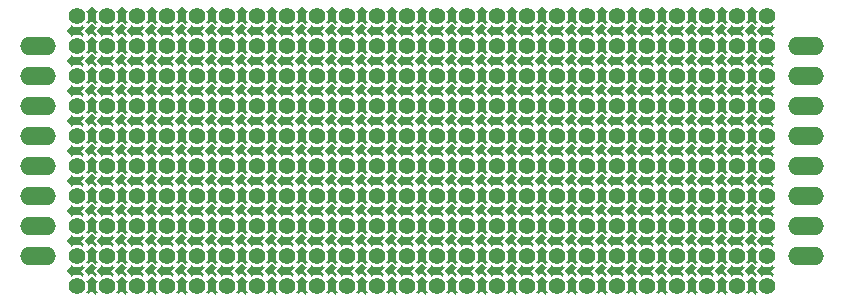
<source format=gbr>
G04 #@! TF.GenerationSoftware,KiCad,Pcbnew,9.0.1*
G04 #@! TF.CreationDate,2025-05-07T00:03:46-04:00*
G04 #@! TF.ProjectId,matrix-protoboard_10x24,6d617472-6978-42d7-9072-6f746f626f61,rev?*
G04 #@! TF.SameCoordinates,Original*
G04 #@! TF.FileFunction,Copper,L1,Top*
G04 #@! TF.FilePolarity,Positive*
%FSLAX46Y46*%
G04 Gerber Fmt 4.6, Leading zero omitted, Abs format (unit mm)*
G04 Created by KiCad (PCBNEW 9.0.1) date 2025-05-07 00:03:46*
%MOMM*%
%LPD*%
G01*
G04 APERTURE LIST*
G04 Aperture macros list*
%AMFreePoly0*
4,1,38,0.000354,0.765354,0.325208,0.440500,0.550000,0.440500,0.550354,0.440354,0.550500,0.440000,0.550354,0.439646,0.350500,0.239792,0.350500,-0.359792,0.550354,-0.559646,0.550500,-0.560000,0.550354,-0.560354,0.550000,-0.560500,0.338500,-0.560500,0.338500,-0.763000,0.338354,-0.763354,0.338000,-0.763500,0.337646,-0.763354,-0.000208,-0.425500,-0.009792,-0.425500,-0.347646,-0.763354,
-0.348000,-0.763500,-0.348354,-0.763354,-0.348500,-0.763000,-0.348500,-0.560500,-0.550000,-0.560500,-0.550354,-0.560354,-0.550500,-0.560000,-0.550354,-0.559646,-0.350500,-0.359792,-0.350500,0.239792,-0.550354,0.439646,-0.550500,0.440000,-0.550354,0.440354,-0.550000,0.440500,-0.325208,0.440500,-0.000354,0.765354,0.000000,0.765500,0.000354,0.765354,0.000354,0.765354,$1*%
%AMFreePoly1*
4,1,28,0.060354,0.560354,0.357208,0.263500,0.583000,0.263500,0.583354,0.263354,0.583500,0.263000,0.583354,0.262646,0.235708,-0.085000,0.582354,-0.431646,0.582500,-0.432000,0.582354,-0.432354,0.582000,-0.432500,0.407500,-0.432500,0.407500,-0.607000,0.407354,-0.607354,0.407000,-0.607500,0.406646,-0.607354,0.060000,-0.260708,-0.287646,-0.608354,-0.288000,-0.608500,-0.288354,-0.608354,
-0.288500,-0.608000,-0.288500,-0.382208,-0.585354,-0.085354,-0.585500,-0.085000,-0.585354,-0.084646,0.059646,0.560354,0.060000,0.560500,0.060354,0.560354,0.060354,0.560354,$1*%
G04 Aperture macros list end*
G04 #@! TA.AperFunction,SMDPad,CuDef*
%ADD10FreePoly0,90.000000*%
G04 #@! TD*
G04 #@! TA.AperFunction,ComponentPad*
%ADD11C,1.400000*%
G04 #@! TD*
G04 #@! TA.AperFunction,SMDPad,CuDef*
%ADD12FreePoly0,0.000000*%
G04 #@! TD*
G04 #@! TA.AperFunction,SMDPad,CuDef*
%ADD13FreePoly1,0.000000*%
G04 #@! TD*
G04 #@! TA.AperFunction,SMDPad,CuDef*
%ADD14O,3.048000X1.524000*%
G04 #@! TD*
G04 APERTURE END LIST*
D10*
X133540000Y-83870000D03*
D11*
X156460000Y-80060000D03*
X143760000Y-74980000D03*
D12*
X119630000Y-82540000D03*
D11*
X146300000Y-72440000D03*
D12*
X112010000Y-85080000D03*
D13*
X162750000Y-66005000D03*
D12*
X124710000Y-74920000D03*
D11*
X159000000Y-77520000D03*
D12*
X142490000Y-64760000D03*
D11*
X115820000Y-64820000D03*
D13*
X167830000Y-73625000D03*
D14*
X107440000Y-80060000D03*
D12*
X137410000Y-64760000D03*
D11*
X118360000Y-67360000D03*
D10*
X138620000Y-66090000D03*
X125920000Y-71170000D03*
D12*
X127250000Y-64760000D03*
D10*
X110680000Y-68630000D03*
D12*
X150110000Y-85080000D03*
D10*
X133540000Y-71170000D03*
X164020000Y-78790000D03*
D13*
X134810000Y-81245000D03*
X114490000Y-86325000D03*
D11*
X138680000Y-80060000D03*
D10*
X158940000Y-86410000D03*
D12*
X160270000Y-77460000D03*
D13*
X155130000Y-73625000D03*
D11*
X138680000Y-69900000D03*
D13*
X122110000Y-83785000D03*
D11*
X166620000Y-64820000D03*
X133600000Y-74980000D03*
X118360000Y-77520000D03*
D12*
X155190000Y-82540000D03*
D13*
X122110000Y-66005000D03*
D10*
X166560000Y-81330000D03*
D12*
X162810000Y-80000000D03*
D11*
X148840000Y-77520000D03*
D13*
X142430000Y-81245000D03*
X114490000Y-81245000D03*
D12*
X117090000Y-74920000D03*
D11*
X133600000Y-72440000D03*
D12*
X160270000Y-69840000D03*
D13*
X132270000Y-86325000D03*
X114490000Y-73625000D03*
D11*
X148840000Y-67360000D03*
D13*
X129730000Y-73625000D03*
D10*
X153860000Y-71170000D03*
D11*
X110740000Y-87680000D03*
X141220000Y-85140000D03*
X123440000Y-80060000D03*
D13*
X124650000Y-66005000D03*
X124650000Y-83785000D03*
D11*
X136140000Y-64820000D03*
X131060000Y-82600000D03*
X128520000Y-85140000D03*
X169160000Y-74980000D03*
D13*
X144970000Y-78705000D03*
D10*
X148780000Y-66090000D03*
X120840000Y-78790000D03*
X136080000Y-73710000D03*
D13*
X147510000Y-73625000D03*
D12*
X114550000Y-85080000D03*
D11*
X153920000Y-77520000D03*
D13*
X142430000Y-71085000D03*
D12*
X165350000Y-69840000D03*
D10*
X153860000Y-73710000D03*
X141160000Y-71170000D03*
X125920000Y-78790000D03*
D12*
X137410000Y-80000000D03*
D14*
X172462000Y-69900000D03*
D10*
X158940000Y-78790000D03*
D11*
X156460000Y-64820000D03*
D13*
X147510000Y-68545000D03*
D11*
X164080000Y-72440000D03*
D12*
X112010000Y-67300000D03*
D11*
X161540000Y-85140000D03*
D13*
X162750000Y-71085000D03*
D10*
X141160000Y-66090000D03*
D12*
X122170000Y-64760000D03*
D13*
X134810000Y-83785000D03*
D10*
X125920000Y-81330000D03*
D12*
X152650000Y-80000000D03*
X134870000Y-69840000D03*
D11*
X151380000Y-72440000D03*
D10*
X118300000Y-71170000D03*
D12*
X150110000Y-72380000D03*
D13*
X129730000Y-76165000D03*
D12*
X150110000Y-74920000D03*
D13*
X124650000Y-73625000D03*
D11*
X138680000Y-64820000D03*
D10*
X146240000Y-83870000D03*
D11*
X169160000Y-80060000D03*
D12*
X165350000Y-77460000D03*
X165350000Y-85080000D03*
D10*
X131000000Y-71170000D03*
D13*
X147510000Y-78705000D03*
X142430000Y-78705000D03*
D10*
X143700000Y-71170000D03*
X128460000Y-86410000D03*
X169100000Y-81330000D03*
X128460000Y-81330000D03*
D12*
X145030000Y-69840000D03*
D11*
X159000000Y-67360000D03*
X161540000Y-80060000D03*
D12*
X162810000Y-82540000D03*
X124710000Y-69840000D03*
D10*
X123380000Y-66090000D03*
D13*
X129730000Y-86325000D03*
D10*
X123380000Y-71170000D03*
D12*
X139950000Y-74920000D03*
D13*
X144970000Y-71085000D03*
D11*
X123440000Y-72440000D03*
X146300000Y-77520000D03*
D10*
X148780000Y-71170000D03*
D11*
X110740000Y-67360000D03*
X131060000Y-85140000D03*
D10*
X166560000Y-86410000D03*
D11*
X128520000Y-74980000D03*
D10*
X133540000Y-86410000D03*
D11*
X131060000Y-87680000D03*
D13*
X117030000Y-76165000D03*
D10*
X164020000Y-76250000D03*
X164020000Y-73710000D03*
D11*
X115820000Y-72440000D03*
D10*
X138620000Y-73710000D03*
D13*
X122110000Y-73625000D03*
D12*
X119630000Y-80000000D03*
D10*
X156400000Y-78790000D03*
D12*
X137410000Y-72380000D03*
D13*
X155130000Y-68545000D03*
D10*
X131000000Y-76250000D03*
X158940000Y-81330000D03*
D12*
X150110000Y-69840000D03*
D13*
X117030000Y-73625000D03*
D11*
X159000000Y-74980000D03*
D12*
X124710000Y-72380000D03*
D11*
X161540000Y-77520000D03*
D12*
X132330000Y-67300000D03*
D11*
X141220000Y-69900000D03*
X125980000Y-80060000D03*
X120900000Y-80060000D03*
X166620000Y-72440000D03*
D13*
X165290000Y-71085000D03*
D10*
X118300000Y-68630000D03*
D12*
X124710000Y-82540000D03*
D10*
X161480000Y-73710000D03*
D11*
X151380000Y-74980000D03*
D13*
X142430000Y-86325000D03*
D12*
X134870000Y-74920000D03*
D13*
X162750000Y-86325000D03*
D11*
X143760000Y-77520000D03*
D12*
X114550000Y-87620000D03*
D10*
X131000000Y-73710000D03*
D13*
X157670000Y-73625000D03*
D11*
X123440000Y-69900000D03*
D13*
X111950000Y-86325000D03*
D12*
X165350000Y-82540000D03*
D10*
X166560000Y-68630000D03*
X143700000Y-66090000D03*
X156400000Y-66090000D03*
D13*
X111950000Y-73625000D03*
D11*
X166620000Y-69900000D03*
D12*
X152650000Y-72380000D03*
D13*
X119570000Y-66005000D03*
D11*
X133600000Y-64820000D03*
D13*
X167830000Y-66005000D03*
X111950000Y-71085000D03*
D11*
X120900000Y-67360000D03*
D10*
X169100000Y-86410000D03*
D11*
X113280000Y-82600000D03*
D13*
X132270000Y-81245000D03*
D10*
X143700000Y-86410000D03*
D13*
X150050000Y-83785000D03*
X165290000Y-73625000D03*
X127190000Y-81245000D03*
D12*
X137410000Y-85080000D03*
D11*
X169160000Y-82600000D03*
D10*
X120840000Y-81330000D03*
D12*
X142490000Y-69840000D03*
D13*
X167830000Y-81245000D03*
D12*
X137410000Y-74920000D03*
D11*
X125980000Y-85140000D03*
D12*
X162810000Y-74920000D03*
D11*
X161540000Y-74980000D03*
X131060000Y-74980000D03*
D10*
X113220000Y-68630000D03*
D11*
X153920000Y-69900000D03*
X146300000Y-64820000D03*
D10*
X143700000Y-73710000D03*
X120840000Y-66090000D03*
D11*
X143760000Y-80060000D03*
X136140000Y-72440000D03*
D10*
X153860000Y-86410000D03*
X161480000Y-78790000D03*
D12*
X155190000Y-85080000D03*
X160270000Y-85080000D03*
X114550000Y-74920000D03*
X124710000Y-64760000D03*
X142490000Y-85080000D03*
D10*
X125920000Y-86410000D03*
D12*
X150110000Y-87620000D03*
D11*
X133600000Y-82600000D03*
X156460000Y-74980000D03*
D10*
X141160000Y-68630000D03*
D11*
X110740000Y-85140000D03*
D10*
X166560000Y-83870000D03*
D11*
X166620000Y-82600000D03*
D13*
X150050000Y-73625000D03*
D12*
X132330000Y-64760000D03*
X129790000Y-74920000D03*
D13*
X127190000Y-86325000D03*
D11*
X131060000Y-77520000D03*
D12*
X145030000Y-85080000D03*
D14*
X107440000Y-85140000D03*
D12*
X147570000Y-77460000D03*
D10*
X123380000Y-86410000D03*
D13*
X134810000Y-73625000D03*
X127190000Y-73625000D03*
D12*
X117090000Y-87620000D03*
D11*
X143760000Y-72440000D03*
D10*
X151320000Y-66090000D03*
D13*
X152590000Y-66005000D03*
X152590000Y-68545000D03*
X155130000Y-86325000D03*
D11*
X151380000Y-87680000D03*
X118360000Y-64820000D03*
D12*
X155190000Y-69840000D03*
D11*
X156460000Y-67360000D03*
X153920000Y-82600000D03*
D10*
X123380000Y-68630000D03*
D13*
X129730000Y-71085000D03*
D11*
X148840000Y-69900000D03*
D13*
X134810000Y-68545000D03*
X139890000Y-71085000D03*
X165290000Y-86325000D03*
D12*
X152650000Y-82540000D03*
D10*
X158940000Y-68630000D03*
D11*
X146300000Y-69900000D03*
D13*
X157670000Y-66005000D03*
D12*
X147570000Y-87620000D03*
D13*
X139890000Y-66005000D03*
X124650000Y-76165000D03*
X155130000Y-78705000D03*
D10*
X143700000Y-76250000D03*
D12*
X145030000Y-87620000D03*
X127250000Y-82540000D03*
D11*
X138680000Y-82600000D03*
X128520000Y-72440000D03*
D13*
X142430000Y-73625000D03*
D10*
X158940000Y-71170000D03*
X113220000Y-83870000D03*
X166560000Y-76250000D03*
D11*
X125980000Y-69900000D03*
D10*
X120840000Y-68630000D03*
X115760000Y-81330000D03*
D13*
X124650000Y-81245000D03*
D11*
X123440000Y-77520000D03*
D10*
X136080000Y-68630000D03*
X131000000Y-83870000D03*
D11*
X141220000Y-74980000D03*
D10*
X166560000Y-66090000D03*
X148780000Y-68630000D03*
D11*
X161540000Y-69900000D03*
X156460000Y-72440000D03*
D13*
X127190000Y-71085000D03*
D12*
X162810000Y-72380000D03*
X127250000Y-77460000D03*
D13*
X119570000Y-86325000D03*
D10*
X141160000Y-86410000D03*
D11*
X151380000Y-77520000D03*
D10*
X151320000Y-81330000D03*
D13*
X160210000Y-76165000D03*
D10*
X166560000Y-73710000D03*
X128460000Y-71170000D03*
D11*
X136140000Y-82600000D03*
D12*
X129790000Y-67300000D03*
X134870000Y-85080000D03*
D13*
X160210000Y-83785000D03*
X139890000Y-68545000D03*
D11*
X125980000Y-77520000D03*
D12*
X157730000Y-72380000D03*
D11*
X164080000Y-77520000D03*
X141220000Y-82600000D03*
D13*
X162750000Y-68545000D03*
D11*
X164080000Y-82600000D03*
D12*
X165350000Y-87620000D03*
D13*
X114490000Y-66005000D03*
D10*
X153860000Y-83870000D03*
X169100000Y-78790000D03*
X138620000Y-71170000D03*
D11*
X120900000Y-72440000D03*
D13*
X117030000Y-83785000D03*
D11*
X156460000Y-69900000D03*
X110740000Y-74980000D03*
X110740000Y-64820000D03*
D12*
X145030000Y-77460000D03*
D10*
X110680000Y-81330000D03*
X120840000Y-83870000D03*
X136080000Y-81330000D03*
X110680000Y-86410000D03*
D11*
X128520000Y-69900000D03*
D13*
X144970000Y-86325000D03*
D12*
X139950000Y-85080000D03*
D11*
X164080000Y-74980000D03*
D10*
X113220000Y-66090000D03*
D13*
X111950000Y-68545000D03*
D12*
X139950000Y-82540000D03*
D11*
X161540000Y-67360000D03*
X169160000Y-77520000D03*
X113280000Y-72440000D03*
D13*
X129730000Y-81245000D03*
D10*
X151320000Y-76250000D03*
D12*
X147570000Y-64760000D03*
D10*
X128460000Y-73710000D03*
D13*
X111950000Y-81245000D03*
D14*
X107440000Y-82600000D03*
D12*
X112010000Y-69840000D03*
X134870000Y-67300000D03*
D11*
X133600000Y-69900000D03*
X120900000Y-77520000D03*
D13*
X167830000Y-86325000D03*
D11*
X146300000Y-82600000D03*
D12*
X160270000Y-67300000D03*
X155190000Y-80000000D03*
X155190000Y-87620000D03*
X119630000Y-74920000D03*
D10*
X115760000Y-76250000D03*
D13*
X134810000Y-76165000D03*
D11*
X115820000Y-85140000D03*
D10*
X153860000Y-66090000D03*
X138620000Y-86410000D03*
D12*
X129790000Y-85080000D03*
D10*
X118300000Y-83870000D03*
X125920000Y-68630000D03*
X166560000Y-78790000D03*
X115760000Y-71170000D03*
X120840000Y-73710000D03*
D11*
X113280000Y-67360000D03*
X136140000Y-87680000D03*
X123440000Y-85140000D03*
D10*
X136080000Y-83870000D03*
D13*
X132270000Y-66005000D03*
X137350000Y-73625000D03*
D12*
X160270000Y-87620000D03*
D10*
X128460000Y-76250000D03*
D12*
X157730000Y-77460000D03*
X167890000Y-82540000D03*
X119630000Y-85080000D03*
D13*
X111950000Y-78705000D03*
D11*
X113280000Y-85140000D03*
D14*
X107440000Y-77520000D03*
D12*
X119630000Y-67300000D03*
X167890000Y-72380000D03*
D13*
X132270000Y-71085000D03*
X150050000Y-86325000D03*
D10*
X113220000Y-81330000D03*
D12*
X114550000Y-80000000D03*
D13*
X150050000Y-66005000D03*
D10*
X120840000Y-86410000D03*
D13*
X137350000Y-66005000D03*
D11*
X164080000Y-80060000D03*
X148840000Y-85140000D03*
D12*
X129790000Y-87620000D03*
D10*
X138620000Y-83870000D03*
D11*
X120900000Y-82600000D03*
D10*
X133540000Y-73710000D03*
X151320000Y-86410000D03*
X138620000Y-68630000D03*
D13*
X137350000Y-68545000D03*
X152590000Y-86325000D03*
D10*
X169100000Y-83870000D03*
D13*
X111950000Y-76165000D03*
X144970000Y-81245000D03*
D10*
X164020000Y-83870000D03*
D12*
X142490000Y-82540000D03*
D10*
X110680000Y-83870000D03*
D12*
X114550000Y-64760000D03*
D10*
X141160000Y-81330000D03*
X110680000Y-73710000D03*
D13*
X167830000Y-76165000D03*
D12*
X114550000Y-72380000D03*
D13*
X167830000Y-83785000D03*
D10*
X125920000Y-66090000D03*
X128460000Y-78790000D03*
D12*
X145030000Y-67300000D03*
X124710000Y-85080000D03*
D11*
X113280000Y-74980000D03*
D13*
X134810000Y-78705000D03*
D12*
X127250000Y-80000000D03*
D11*
X136140000Y-80060000D03*
D13*
X167830000Y-71085000D03*
D11*
X120900000Y-74980000D03*
D12*
X139950000Y-69840000D03*
X117090000Y-64760000D03*
D13*
X147510000Y-81245000D03*
D11*
X166620000Y-67360000D03*
D13*
X134810000Y-71085000D03*
X155130000Y-66005000D03*
X144970000Y-73625000D03*
X137350000Y-71085000D03*
D14*
X107440000Y-72440000D03*
D11*
X169160000Y-72440000D03*
X133600000Y-80060000D03*
D13*
X160210000Y-73625000D03*
D14*
X172462000Y-77520000D03*
D13*
X152590000Y-78705000D03*
D11*
X128520000Y-67360000D03*
D13*
X129730000Y-68545000D03*
D12*
X162810000Y-85080000D03*
D13*
X152590000Y-76165000D03*
D11*
X125980000Y-74980000D03*
D13*
X157670000Y-86325000D03*
D12*
X132330000Y-72380000D03*
D13*
X139890000Y-73625000D03*
D10*
X125920000Y-76250000D03*
X148780000Y-86410000D03*
D11*
X166620000Y-87680000D03*
D13*
X165290000Y-66005000D03*
D11*
X143760000Y-85140000D03*
D10*
X156400000Y-68630000D03*
D13*
X139890000Y-76165000D03*
D12*
X114550000Y-67300000D03*
D11*
X125980000Y-87680000D03*
D12*
X134870000Y-82540000D03*
D13*
X134810000Y-86325000D03*
D11*
X153920000Y-67360000D03*
D10*
X136080000Y-78790000D03*
D12*
X119630000Y-69840000D03*
D10*
X146240000Y-81330000D03*
D12*
X167890000Y-77460000D03*
X124710000Y-67300000D03*
X167890000Y-85080000D03*
D10*
X133540000Y-68630000D03*
X164020000Y-68630000D03*
D11*
X115820000Y-80060000D03*
D13*
X114490000Y-71085000D03*
D11*
X141220000Y-67360000D03*
D12*
X167890000Y-64760000D03*
X117090000Y-82540000D03*
D10*
X151320000Y-73710000D03*
X166560000Y-71170000D03*
D13*
X160210000Y-78705000D03*
D14*
X172462000Y-74980000D03*
D11*
X110740000Y-69900000D03*
X120900000Y-69900000D03*
D12*
X145030000Y-74920000D03*
D13*
X132270000Y-73625000D03*
D11*
X169160000Y-69900000D03*
D10*
X136080000Y-66090000D03*
D12*
X157730000Y-74920000D03*
D11*
X148840000Y-87680000D03*
D10*
X151320000Y-83870000D03*
D11*
X138680000Y-85140000D03*
D13*
X150050000Y-81245000D03*
D12*
X122170000Y-82540000D03*
X124710000Y-80000000D03*
D10*
X169100000Y-66090000D03*
D12*
X157730000Y-67300000D03*
X114550000Y-69840000D03*
D11*
X120900000Y-64820000D03*
D12*
X127250000Y-87620000D03*
D10*
X158940000Y-76250000D03*
D13*
X127190000Y-76165000D03*
D11*
X146300000Y-85140000D03*
D13*
X142430000Y-83785000D03*
X142430000Y-76165000D03*
D11*
X120900000Y-85140000D03*
D12*
X117090000Y-80000000D03*
D11*
X125980000Y-82600000D03*
D10*
X120840000Y-76250000D03*
D12*
X122170000Y-80000000D03*
D11*
X161540000Y-87680000D03*
D10*
X146240000Y-68630000D03*
D12*
X137410000Y-82540000D03*
D10*
X148780000Y-76250000D03*
D13*
X124650000Y-78705000D03*
X144970000Y-76165000D03*
D11*
X164080000Y-85140000D03*
D10*
X161480000Y-76250000D03*
D14*
X172462000Y-80060000D03*
D13*
X150050000Y-78705000D03*
X122110000Y-71085000D03*
D12*
X145030000Y-82540000D03*
D10*
X143700000Y-78790000D03*
D13*
X124650000Y-68545000D03*
D11*
X115820000Y-82600000D03*
D13*
X155130000Y-83785000D03*
D12*
X124710000Y-77460000D03*
X162810000Y-67300000D03*
D13*
X114490000Y-83785000D03*
D10*
X113220000Y-73710000D03*
D11*
X136140000Y-67360000D03*
D13*
X160210000Y-68545000D03*
D10*
X131000000Y-86410000D03*
D13*
X122110000Y-81245000D03*
D12*
X129790000Y-72380000D03*
D10*
X156400000Y-83870000D03*
D12*
X132330000Y-80000000D03*
X119630000Y-64760000D03*
D11*
X151380000Y-64820000D03*
D10*
X133540000Y-66090000D03*
D12*
X147570000Y-80000000D03*
D11*
X133600000Y-67360000D03*
D13*
X119570000Y-68545000D03*
D11*
X143760000Y-87680000D03*
D12*
X119630000Y-77460000D03*
D11*
X156460000Y-77520000D03*
X125980000Y-64820000D03*
D12*
X165350000Y-72380000D03*
D10*
X153860000Y-68630000D03*
D11*
X113280000Y-77520000D03*
D13*
X122110000Y-86325000D03*
D11*
X148840000Y-64820000D03*
D10*
X156400000Y-86410000D03*
D13*
X155130000Y-76165000D03*
D12*
X157730000Y-82540000D03*
X145030000Y-72380000D03*
D11*
X113280000Y-87680000D03*
D13*
X117030000Y-66005000D03*
X132270000Y-83785000D03*
D11*
X148840000Y-72440000D03*
X159000000Y-80060000D03*
D13*
X111950000Y-83785000D03*
D12*
X139950000Y-64760000D03*
D11*
X136140000Y-74980000D03*
D12*
X160270000Y-72380000D03*
D10*
X141160000Y-78790000D03*
D12*
X142490000Y-74920000D03*
D10*
X115760000Y-83870000D03*
D11*
X123440000Y-87680000D03*
X166620000Y-77520000D03*
D12*
X112010000Y-72380000D03*
X145030000Y-64760000D03*
X160270000Y-80000000D03*
D13*
X147510000Y-71085000D03*
D12*
X119630000Y-72380000D03*
D13*
X150050000Y-71085000D03*
D11*
X115820000Y-87680000D03*
D12*
X155190000Y-64760000D03*
D13*
X114490000Y-68545000D03*
D12*
X132330000Y-77460000D03*
D10*
X123380000Y-73710000D03*
D12*
X165350000Y-80000000D03*
D13*
X139890000Y-86325000D03*
D10*
X113220000Y-76250000D03*
X146240000Y-73710000D03*
D13*
X137350000Y-83785000D03*
X147510000Y-86325000D03*
D10*
X161480000Y-86410000D03*
D13*
X167830000Y-68545000D03*
D11*
X169160000Y-85140000D03*
D12*
X147570000Y-82540000D03*
D11*
X148840000Y-80060000D03*
X141220000Y-72440000D03*
X141220000Y-64820000D03*
X131060000Y-80060000D03*
D12*
X162810000Y-77460000D03*
X150110000Y-82540000D03*
X112010000Y-74920000D03*
D10*
X164020000Y-66090000D03*
D12*
X145030000Y-80000000D03*
D10*
X156400000Y-73710000D03*
X148780000Y-81330000D03*
D12*
X127250000Y-69840000D03*
D11*
X164080000Y-67360000D03*
D13*
X152590000Y-71085000D03*
X119570000Y-76165000D03*
X139890000Y-81245000D03*
D12*
X132330000Y-74920000D03*
D13*
X119570000Y-83785000D03*
D12*
X142490000Y-87620000D03*
D11*
X141220000Y-77520000D03*
X110740000Y-82600000D03*
X153920000Y-87680000D03*
D10*
X128460000Y-66090000D03*
D11*
X110740000Y-72440000D03*
D13*
X167830000Y-78705000D03*
D12*
X134870000Y-80000000D03*
X147570000Y-69840000D03*
X117090000Y-85080000D03*
D13*
X162750000Y-78705000D03*
D11*
X164080000Y-64820000D03*
X166620000Y-80060000D03*
D10*
X136080000Y-71170000D03*
X143700000Y-83870000D03*
D11*
X151380000Y-67360000D03*
D10*
X115760000Y-86410000D03*
D11*
X115820000Y-74980000D03*
X138680000Y-72440000D03*
D13*
X152590000Y-81245000D03*
D10*
X136080000Y-76250000D03*
D12*
X147570000Y-67300000D03*
X129790000Y-69840000D03*
X150110000Y-64760000D03*
D13*
X129730000Y-83785000D03*
D14*
X172462000Y-72440000D03*
D12*
X117090000Y-77460000D03*
D10*
X113220000Y-78790000D03*
D11*
X118360000Y-87680000D03*
D13*
X157670000Y-78705000D03*
D14*
X172462000Y-82600000D03*
D12*
X152650000Y-85080000D03*
D13*
X157670000Y-81245000D03*
D12*
X124710000Y-87620000D03*
D11*
X169160000Y-87680000D03*
D13*
X137350000Y-76165000D03*
D12*
X167890000Y-87620000D03*
D10*
X123380000Y-76250000D03*
X156400000Y-81330000D03*
D11*
X151380000Y-80060000D03*
D10*
X115760000Y-78790000D03*
D13*
X137350000Y-78705000D03*
D11*
X146300000Y-87680000D03*
D10*
X151320000Y-68630000D03*
D12*
X165350000Y-74920000D03*
D10*
X148780000Y-83870000D03*
D12*
X147570000Y-85080000D03*
D13*
X122110000Y-78705000D03*
D12*
X117090000Y-69840000D03*
D11*
X161540000Y-72440000D03*
D12*
X137410000Y-87620000D03*
D10*
X118300000Y-78790000D03*
D11*
X115820000Y-69900000D03*
D10*
X164020000Y-71170000D03*
X146240000Y-86410000D03*
D11*
X128520000Y-64820000D03*
X118360000Y-72440000D03*
D10*
X133540000Y-81330000D03*
D11*
X143760000Y-82600000D03*
D13*
X139890000Y-83785000D03*
X157670000Y-71085000D03*
D12*
X152650000Y-74920000D03*
X122170000Y-72380000D03*
D10*
X151320000Y-71170000D03*
D12*
X112010000Y-64760000D03*
D11*
X118360000Y-85140000D03*
D10*
X131000000Y-81330000D03*
D12*
X162810000Y-69840000D03*
X139950000Y-87620000D03*
D11*
X123440000Y-64820000D03*
D13*
X157670000Y-83785000D03*
X134810000Y-66005000D03*
D11*
X118360000Y-80060000D03*
D12*
X139950000Y-72380000D03*
D13*
X152590000Y-83785000D03*
D12*
X165350000Y-64760000D03*
X117090000Y-72380000D03*
D10*
X136080000Y-86410000D03*
X131000000Y-68630000D03*
X118300000Y-66090000D03*
D12*
X147570000Y-74920000D03*
D10*
X115760000Y-73710000D03*
D13*
X127190000Y-66005000D03*
D10*
X131000000Y-66090000D03*
D12*
X137410000Y-67300000D03*
D13*
X117030000Y-68545000D03*
D10*
X115760000Y-68630000D03*
D13*
X165290000Y-81245000D03*
D12*
X157730000Y-87620000D03*
X152650000Y-69840000D03*
X142490000Y-72380000D03*
D13*
X160210000Y-86325000D03*
D11*
X153920000Y-72440000D03*
D14*
X172462000Y-85140000D03*
D10*
X123380000Y-78790000D03*
D13*
X165290000Y-68545000D03*
D12*
X134870000Y-64760000D03*
D11*
X153920000Y-64820000D03*
D12*
X152650000Y-77460000D03*
X129790000Y-82540000D03*
X132330000Y-87620000D03*
X139950000Y-80000000D03*
D11*
X143760000Y-69900000D03*
X113280000Y-69900000D03*
X138680000Y-74980000D03*
X113280000Y-80060000D03*
D10*
X158940000Y-73710000D03*
D12*
X127250000Y-74920000D03*
D11*
X128520000Y-80060000D03*
X161540000Y-82600000D03*
D12*
X114550000Y-82540000D03*
D13*
X162750000Y-76165000D03*
D11*
X151380000Y-82600000D03*
D10*
X153860000Y-81330000D03*
D13*
X119570000Y-73625000D03*
D12*
X129790000Y-77460000D03*
D11*
X141220000Y-80060000D03*
D12*
X165350000Y-67300000D03*
D11*
X118360000Y-74980000D03*
D10*
X161480000Y-71170000D03*
D11*
X151380000Y-69900000D03*
D13*
X155130000Y-71085000D03*
D10*
X115760000Y-66090000D03*
D11*
X128520000Y-87680000D03*
D10*
X151320000Y-78790000D03*
D11*
X169160000Y-64820000D03*
D13*
X155130000Y-81245000D03*
X162750000Y-81245000D03*
D11*
X128520000Y-82600000D03*
D13*
X144970000Y-68545000D03*
D10*
X148780000Y-73710000D03*
D13*
X114490000Y-78705000D03*
D11*
X141220000Y-87680000D03*
D12*
X157730000Y-64760000D03*
D13*
X117030000Y-86325000D03*
X137350000Y-81245000D03*
D12*
X142490000Y-80000000D03*
X157730000Y-69840000D03*
D11*
X131060000Y-64820000D03*
D13*
X127190000Y-68545000D03*
X117030000Y-78705000D03*
D11*
X146300000Y-74980000D03*
D10*
X131000000Y-78790000D03*
D11*
X128520000Y-77520000D03*
D10*
X138620000Y-76250000D03*
D12*
X155190000Y-67300000D03*
D11*
X138680000Y-87680000D03*
D10*
X125920000Y-73710000D03*
D14*
X107440000Y-69900000D03*
D13*
X147510000Y-76165000D03*
D10*
X138620000Y-78790000D03*
D14*
X107440000Y-67360000D03*
D10*
X128460000Y-83870000D03*
X158940000Y-83870000D03*
D11*
X159000000Y-72440000D03*
X131060000Y-69900000D03*
D10*
X118300000Y-86410000D03*
X120840000Y-71170000D03*
D13*
X124650000Y-71085000D03*
D11*
X136140000Y-77520000D03*
X153920000Y-74980000D03*
D12*
X160270000Y-82540000D03*
D11*
X156460000Y-87680000D03*
X115820000Y-67360000D03*
D12*
X122170000Y-69840000D03*
X112010000Y-77460000D03*
D10*
X146240000Y-76250000D03*
D12*
X157730000Y-80000000D03*
D13*
X160210000Y-81245000D03*
D12*
X129790000Y-80000000D03*
D10*
X118300000Y-76250000D03*
D13*
X142430000Y-66005000D03*
D12*
X112010000Y-82540000D03*
X150110000Y-80000000D03*
D11*
X123440000Y-67360000D03*
D12*
X150110000Y-67300000D03*
D11*
X125980000Y-67360000D03*
D13*
X162750000Y-83785000D03*
D10*
X110680000Y-76250000D03*
X169100000Y-76250000D03*
D13*
X165290000Y-78705000D03*
X122110000Y-76165000D03*
D11*
X136140000Y-69900000D03*
D10*
X113220000Y-71170000D03*
D12*
X114550000Y-77460000D03*
X167890000Y-74920000D03*
D13*
X144970000Y-66005000D03*
D10*
X123380000Y-81330000D03*
D11*
X146300000Y-67360000D03*
D10*
X164020000Y-81330000D03*
D11*
X164080000Y-69900000D03*
D12*
X142490000Y-67300000D03*
D10*
X143700000Y-68630000D03*
D13*
X127190000Y-83785000D03*
X137350000Y-86325000D03*
D12*
X127250000Y-72380000D03*
D10*
X169100000Y-71170000D03*
D12*
X112010000Y-80000000D03*
D11*
X148840000Y-74980000D03*
D13*
X129730000Y-78705000D03*
X157670000Y-76165000D03*
X165290000Y-76165000D03*
D10*
X141160000Y-73710000D03*
X118300000Y-73710000D03*
D14*
X107440000Y-74980000D03*
D12*
X132330000Y-69840000D03*
X134870000Y-72380000D03*
D10*
X110680000Y-78790000D03*
D13*
X119570000Y-71085000D03*
X147510000Y-83785000D03*
D11*
X159000000Y-82600000D03*
D12*
X167890000Y-69840000D03*
D10*
X146240000Y-71170000D03*
D11*
X118360000Y-82600000D03*
D10*
X138620000Y-81330000D03*
D12*
X122170000Y-67300000D03*
D13*
X129730000Y-66005000D03*
D11*
X138680000Y-77520000D03*
X110740000Y-80060000D03*
D10*
X169100000Y-73710000D03*
D12*
X142490000Y-77460000D03*
D11*
X164080000Y-87680000D03*
X118360000Y-69900000D03*
D13*
X150050000Y-76165000D03*
X150050000Y-68545000D03*
D11*
X131060000Y-67360000D03*
X133600000Y-77520000D03*
D12*
X152650000Y-87620000D03*
D10*
X125920000Y-83870000D03*
D11*
X148840000Y-82600000D03*
D12*
X132330000Y-82540000D03*
D13*
X117030000Y-81245000D03*
D12*
X129790000Y-64760000D03*
D11*
X146300000Y-80060000D03*
D12*
X162810000Y-87620000D03*
D11*
X159000000Y-85140000D03*
X138680000Y-67360000D03*
D12*
X155190000Y-74920000D03*
X134870000Y-87620000D03*
D11*
X169160000Y-67360000D03*
D13*
X139890000Y-78705000D03*
D11*
X143760000Y-64820000D03*
D13*
X127190000Y-78705000D03*
D11*
X136140000Y-85140000D03*
X156460000Y-85140000D03*
D10*
X158940000Y-66090000D03*
X146240000Y-66090000D03*
D13*
X119570000Y-81245000D03*
D12*
X127250000Y-85080000D03*
X167890000Y-80000000D03*
D13*
X132270000Y-76165000D03*
D12*
X152650000Y-64760000D03*
D11*
X153920000Y-80060000D03*
D12*
X132330000Y-85080000D03*
D13*
X157670000Y-68545000D03*
D10*
X123380000Y-83870000D03*
D11*
X153920000Y-85140000D03*
X131060000Y-72440000D03*
D10*
X133540000Y-78790000D03*
D11*
X166620000Y-74980000D03*
X133600000Y-85140000D03*
D10*
X161480000Y-81330000D03*
D11*
X151380000Y-85140000D03*
D14*
X172462000Y-67360000D03*
D10*
X153860000Y-78790000D03*
D12*
X134870000Y-77460000D03*
X112010000Y-87620000D03*
X119630000Y-87620000D03*
X155190000Y-77460000D03*
D13*
X132270000Y-68545000D03*
D11*
X123440000Y-82600000D03*
D12*
X117090000Y-67300000D03*
X137410000Y-77460000D03*
D13*
X117030000Y-71085000D03*
D12*
X122170000Y-74920000D03*
D10*
X141160000Y-83870000D03*
D12*
X167890000Y-67300000D03*
D10*
X161480000Y-83870000D03*
D13*
X144970000Y-83785000D03*
D11*
X115820000Y-77520000D03*
X159000000Y-64820000D03*
D13*
X132270000Y-78705000D03*
D11*
X110740000Y-77520000D03*
D13*
X122110000Y-68545000D03*
D10*
X113220000Y-86410000D03*
D11*
X161540000Y-64820000D03*
D12*
X122170000Y-77460000D03*
D13*
X152590000Y-73625000D03*
D10*
X156400000Y-76250000D03*
X143700000Y-81330000D03*
D11*
X123440000Y-74980000D03*
D12*
X150110000Y-77460000D03*
D11*
X143760000Y-67360000D03*
D12*
X160270000Y-74920000D03*
D13*
X119570000Y-78705000D03*
D12*
X137410000Y-69840000D03*
D10*
X161480000Y-66090000D03*
D13*
X114490000Y-76165000D03*
D12*
X152650000Y-67300000D03*
D10*
X148780000Y-78790000D03*
X128460000Y-68630000D03*
X133540000Y-76250000D03*
X164020000Y-86410000D03*
D12*
X160270000Y-64760000D03*
D10*
X146240000Y-78790000D03*
D11*
X125980000Y-72440000D03*
D10*
X153860000Y-76250000D03*
X156400000Y-71170000D03*
X161480000Y-68630000D03*
X141160000Y-76250000D03*
D13*
X147510000Y-66005000D03*
D12*
X147570000Y-72380000D03*
X122170000Y-85080000D03*
D11*
X120900000Y-87680000D03*
D10*
X169100000Y-68630000D03*
D13*
X165290000Y-83785000D03*
D11*
X113280000Y-64820000D03*
D13*
X111950000Y-66005000D03*
D12*
X139950000Y-77460000D03*
D11*
X133600000Y-87680000D03*
D12*
X127250000Y-67300000D03*
D13*
X124650000Y-86325000D03*
X142430000Y-68545000D03*
D12*
X157730000Y-85080000D03*
X122170000Y-87620000D03*
D13*
X160210000Y-66005000D03*
D10*
X118300000Y-81330000D03*
D13*
X162750000Y-73625000D03*
D11*
X156460000Y-82600000D03*
D10*
X110680000Y-71170000D03*
D11*
X159000000Y-87680000D03*
D12*
X139950000Y-67300000D03*
D13*
X160210000Y-71085000D03*
D11*
X166620000Y-85140000D03*
D10*
X110680000Y-66090000D03*
D11*
X159000000Y-69900000D03*
D12*
X162810000Y-64760000D03*
X155190000Y-72380000D03*
M02*

</source>
